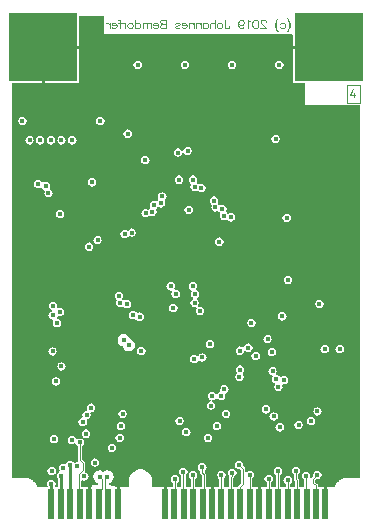
<source format=gbl>
G04*
G04 #@! TF.GenerationSoftware,Altium Limited,Altium Designer,19.0.15 (446)*
G04*
G04 Layer_Physical_Order=4*
G04 Layer_Color=16711680*
%FSLAX44Y44*%
%MOMM*%
G71*
G01*
G75*
%ADD11C,0.2500*%
%ADD58R,0.6000X2.5000*%
%ADD61C,0.1000*%
%ADD62C,0.1114*%
%ADD63C,0.1250*%
%ADD64R,5.8000X5.8000*%
%ADD65C,0.4500*%
G36*
X80265Y410980D02*
X240058D01*
X240730Y409989D01*
Y401270D01*
X271000D01*
Y398730D01*
X240730D01*
Y369730D01*
X251000D01*
Y351000D01*
X297451D01*
Y35549D01*
X286500D01*
X286438Y35536D01*
X286375Y35546D01*
X285591Y35507D01*
X285408Y35461D01*
X285219D01*
X283680Y35155D01*
X283449Y35059D01*
X283202Y35010D01*
X281753Y34410D01*
X281545Y34271D01*
X281313Y34175D01*
X280009Y33303D01*
X279831Y33126D01*
X279622Y32986D01*
X278514Y31878D01*
X278374Y31669D01*
X278197Y31491D01*
X277325Y30187D01*
X277229Y29955D01*
X277090Y29746D01*
X276490Y28298D01*
X276441Y28052D01*
X276345Y27820D01*
X276281Y27500D01*
X261805D01*
Y29000D01*
X261667Y29691D01*
X261276Y30276D01*
X259555Y31997D01*
Y33727D01*
X260489Y34562D01*
X261250Y34411D01*
X262623Y34684D01*
X263788Y35462D01*
X264566Y36627D01*
X264839Y38000D01*
X264566Y39373D01*
X263788Y40538D01*
X262623Y41316D01*
X261250Y41589D01*
X259877Y41316D01*
X258712Y40538D01*
X257934Y39373D01*
X257661Y38000D01*
X257833Y37135D01*
X256474Y35776D01*
X256161Y35308D01*
X255078Y35878D01*
X255351Y37252D01*
X255078Y38625D01*
X254300Y39790D01*
X253136Y40568D01*
X251762Y40841D01*
X250389Y40568D01*
X249224Y39790D01*
X248447Y38625D01*
X248173Y37252D01*
X248447Y35878D01*
X249224Y34714D01*
X249958Y34224D01*
Y27500D01*
X245805D01*
Y33250D01*
X245667Y33941D01*
X245276Y34526D01*
X244805Y34997D01*
Y38472D01*
X245538Y38962D01*
X246316Y40127D01*
X246589Y41500D01*
X246316Y42873D01*
X245538Y44038D01*
X244373Y44816D01*
X243000Y45089D01*
X241627Y44816D01*
X240462Y44038D01*
X239684Y42873D01*
X239411Y41500D01*
X239684Y40127D01*
X240462Y38962D01*
X241195Y38472D01*
Y34250D01*
X241333Y33559D01*
X241724Y32974D01*
X242195Y32503D01*
Y27500D01*
X237916D01*
Y30222D01*
X238649Y30712D01*
X239427Y31877D01*
X239700Y33250D01*
X239427Y34623D01*
X238649Y35788D01*
X237485Y36566D01*
X236111Y36839D01*
X234738Y36566D01*
X233573Y35788D01*
X232796Y34623D01*
X232522Y33250D01*
X232796Y31877D01*
X233573Y30712D01*
X234307Y30222D01*
Y27500D01*
X229805D01*
Y37972D01*
X230538Y38462D01*
X231316Y39627D01*
X231589Y41000D01*
X231316Y42373D01*
X230538Y43538D01*
X229373Y44316D01*
X228000Y44589D01*
X226627Y44316D01*
X225462Y43538D01*
X224684Y42373D01*
X224411Y41000D01*
X224684Y39627D01*
X225462Y38462D01*
X226195Y37972D01*
Y27500D01*
X221805D01*
Y31472D01*
X222538Y31962D01*
X223316Y33127D01*
X223589Y34500D01*
X223316Y35873D01*
X222538Y37038D01*
X221373Y37816D01*
X220000Y38089D01*
X218627Y37816D01*
X217462Y37038D01*
X216684Y35873D01*
X216411Y34500D01*
X216684Y33127D01*
X217462Y31962D01*
X218195Y31472D01*
Y27500D01*
X206105D01*
Y34922D01*
X206838Y35412D01*
X207616Y36576D01*
X207889Y37950D01*
X207616Y39323D01*
X206838Y40487D01*
X205674Y41265D01*
X204300Y41539D01*
X202927Y41265D01*
X201763Y40487D01*
X201325Y39832D01*
X200055Y40217D01*
Y43000D01*
X199917Y43691D01*
X199526Y44276D01*
X198417Y45385D01*
X198589Y46250D01*
X198316Y47623D01*
X197538Y48788D01*
X196373Y49566D01*
X195000Y49839D01*
X193627Y49566D01*
X192462Y48788D01*
X191684Y47623D01*
X191411Y46250D01*
X191684Y44877D01*
X192462Y43712D01*
X193627Y42934D01*
X195000Y42661D01*
X195375Y42736D01*
X196445Y41810D01*
Y30710D01*
X194744Y29008D01*
X194353Y28423D01*
X194215Y27732D01*
Y27500D01*
X189785D01*
Y34977D01*
X190526Y35719D01*
X190917Y36304D01*
X190992Y36681D01*
X191788Y37212D01*
X192566Y38377D01*
X192839Y39750D01*
X192566Y41123D01*
X191788Y42288D01*
X190623Y43066D01*
X189250Y43339D01*
X187877Y43066D01*
X186712Y42288D01*
X185934Y41123D01*
X185661Y39750D01*
X185934Y38377D01*
X186712Y37212D01*
X186313Y36415D01*
X186175Y35725D01*
Y27500D01*
X181805D01*
Y34722D01*
X182538Y35212D01*
X183316Y36377D01*
X183589Y37750D01*
X183316Y39123D01*
X182538Y40288D01*
X181373Y41066D01*
X180000Y41339D01*
X178627Y41066D01*
X177462Y40288D01*
X176684Y39123D01*
X176411Y37750D01*
X176684Y36377D01*
X177462Y35212D01*
X178195Y34722D01*
Y27500D01*
X166805D01*
Y38250D01*
X166667Y38941D01*
X166276Y39526D01*
X165739Y40063D01*
X165827Y41405D01*
X166288Y41712D01*
X167066Y42877D01*
X167339Y44250D01*
X167066Y45623D01*
X166288Y46788D01*
X165123Y47566D01*
X163750Y47839D01*
X162377Y47566D01*
X161212Y46788D01*
X160434Y45623D01*
X160161Y44250D01*
X160434Y42877D01*
X161212Y41712D01*
X161945Y41222D01*
Y39500D01*
X162083Y38809D01*
X162474Y38224D01*
X163195Y37503D01*
Y27500D01*
X157805D01*
Y29315D01*
X157785Y29416D01*
Y34459D01*
X158538Y34962D01*
X159316Y36127D01*
X159589Y37500D01*
X159316Y38873D01*
X158538Y40038D01*
X157373Y40816D01*
X156000Y41089D01*
X154627Y40816D01*
X153462Y40038D01*
X152684Y38873D01*
X152411Y37500D01*
X152684Y36127D01*
X153462Y34962D01*
X154175Y34486D01*
Y29335D01*
X154195Y29234D01*
Y27500D01*
X149562D01*
Y37474D01*
X150295Y37964D01*
X151073Y39128D01*
X151346Y40502D01*
X151073Y41875D01*
X150295Y43040D01*
X149131Y43818D01*
X147757Y44091D01*
X146384Y43818D01*
X145219Y43040D01*
X144441Y41875D01*
X144168Y40502D01*
X144441Y39128D01*
X145219Y37964D01*
X145953Y37474D01*
Y27500D01*
X142305D01*
Y30972D01*
X143038Y31462D01*
X143816Y32627D01*
X144089Y34000D01*
X143816Y35373D01*
X143038Y36538D01*
X141873Y37316D01*
X140500Y37589D01*
X139127Y37316D01*
X137962Y36538D01*
X137184Y35373D01*
X136911Y34000D01*
X137184Y32627D01*
X137962Y31462D01*
X138695Y30972D01*
Y27500D01*
X121549D01*
Y32500D01*
X121532Y32583D01*
X121543Y32667D01*
X121479Y33646D01*
X121414Y33888D01*
X121398Y34139D01*
X120891Y36030D01*
X120744Y36329D01*
X120636Y36645D01*
X119657Y38340D01*
X119438Y38591D01*
X119252Y38868D01*
X117868Y40252D01*
X117591Y40438D01*
X117340Y40658D01*
X115645Y41637D01*
X115329Y41744D01*
X115030Y41891D01*
X113139Y42398D01*
X112806Y42420D01*
X112479Y42485D01*
X110521D01*
X110194Y42420D01*
X109861Y42398D01*
X107970Y41891D01*
X107671Y41744D01*
X107355Y41636D01*
X105660Y40658D01*
X105409Y40438D01*
X105132Y40252D01*
X103748Y38868D01*
X103562Y38591D01*
X103343Y38340D01*
X102364Y36645D01*
X102256Y36329D01*
X102109Y36030D01*
X101602Y34139D01*
X101586Y33888D01*
X101521Y33646D01*
X101457Y32667D01*
X101468Y32583D01*
X101451Y32500D01*
Y27500D01*
X90000D01*
Y29000D01*
X84684D01*
Y31183D01*
X85302Y31306D01*
X87039Y32467D01*
X88199Y34203D01*
X88607Y36252D01*
X88199Y38300D01*
X87039Y40037D01*
X85302Y41197D01*
X83254Y41605D01*
X81206Y41197D01*
X80004Y40394D01*
X78802Y41197D01*
X76754Y41605D01*
X74705Y41197D01*
X72969Y40037D01*
X71808Y38300D01*
X71401Y36252D01*
X71808Y34203D01*
X72969Y32467D01*
X74705Y31306D01*
X75316Y31185D01*
Y29000D01*
X70000D01*
Y27500D01*
X60805D01*
Y32874D01*
X62075Y33553D01*
X62627Y33184D01*
X64000Y32911D01*
X65373Y33184D01*
X66538Y33962D01*
X67316Y35127D01*
X67589Y36500D01*
X67316Y37873D01*
X66538Y39038D01*
X65373Y39816D01*
X64724Y39945D01*
X64722Y39946D01*
X64167Y41309D01*
X64305Y42000D01*
Y48250D01*
X64167Y48941D01*
X63776Y49526D01*
X61805Y51498D01*
Y62222D01*
X62538Y62712D01*
X63316Y63877D01*
X63589Y65250D01*
X63316Y66623D01*
X62538Y67788D01*
X61373Y68566D01*
X60000Y68839D01*
X58627Y68566D01*
X57961Y68121D01*
X56617Y68559D01*
X56570Y68603D01*
X56566Y68623D01*
X55788Y69788D01*
X54623Y70566D01*
X53250Y70839D01*
X51877Y70566D01*
X50712Y69788D01*
X49934Y68623D01*
X49661Y67250D01*
X49934Y65877D01*
X50712Y64712D01*
X51877Y63934D01*
X53250Y63661D01*
X54623Y63934D01*
X55289Y64379D01*
X56633Y63941D01*
X56680Y63897D01*
X56684Y63877D01*
X57462Y62712D01*
X58195Y62222D01*
Y50750D01*
X58333Y50059D01*
X58519Y49781D01*
X58120Y48865D01*
X58090Y48814D01*
X57844Y48558D01*
X56627Y48316D01*
X56376Y48148D01*
X55375Y47653D01*
X54749Y48472D01*
X54538Y48788D01*
X53373Y49566D01*
X52000Y49839D01*
X50627Y49566D01*
X49462Y48788D01*
X48684Y47624D01*
X47835Y47272D01*
X47330Y47327D01*
X46002Y47591D01*
X44629Y47318D01*
X43464Y46540D01*
X42687Y45376D01*
X42413Y44002D01*
X42687Y42629D01*
X43133Y41961D01*
X42695Y40620D01*
X42651Y40571D01*
X42627Y40566D01*
X41462Y39788D01*
X40684Y38623D01*
X40411Y37250D01*
X40684Y35877D01*
X41431Y34760D01*
Y27500D01*
X39924D01*
X39245Y28770D01*
X39316Y28877D01*
X39589Y30250D01*
X39316Y31623D01*
X38538Y32788D01*
X37373Y33566D01*
X36000Y33839D01*
X34627Y33566D01*
X33462Y32788D01*
X32684Y31623D01*
X32411Y30250D01*
X32684Y28877D01*
X32756Y28770D01*
X32077Y27500D01*
X23719D01*
X23655Y27819D01*
X23559Y28052D01*
X23510Y28298D01*
X22910Y29746D01*
X22771Y29955D01*
X22675Y30187D01*
X21803Y31491D01*
X21626Y31669D01*
X21486Y31878D01*
X20378Y32986D01*
X20169Y33126D01*
X19991Y33303D01*
X18687Y34175D01*
X18455Y34271D01*
X18247Y34410D01*
X16798Y35010D01*
X16552Y35059D01*
X16320Y35155D01*
X14781Y35461D01*
X14592D01*
X14409Y35507D01*
X13625Y35546D01*
X13562Y35536D01*
X13500Y35549D01*
X2549D01*
Y369730D01*
X27730D01*
Y400000D01*
X29000D01*
Y401270D01*
X59270D01*
Y426451D01*
X80265D01*
Y410980D01*
D02*
G37*
G36*
X290235Y359469D02*
X291821D01*
Y361011D01*
X293094D01*
Y359469D01*
X294012D01*
Y358300D01*
X293094D01*
Y356663D01*
X291821D01*
Y358300D01*
X288988D01*
Y359530D01*
X291223Y364337D01*
X292487D01*
X290235Y359469D01*
D02*
G37*
%LPC*%
G36*
X229000Y388589D02*
X227627Y388316D01*
X226462Y387538D01*
X225684Y386373D01*
X225411Y385000D01*
X225684Y383627D01*
X226462Y382462D01*
X227627Y381684D01*
X229000Y381411D01*
X230373Y381684D01*
X231538Y382462D01*
X232316Y383627D01*
X232589Y385000D01*
X232316Y386373D01*
X231538Y387538D01*
X230373Y388316D01*
X229000Y388589D01*
D02*
G37*
G36*
X189000D02*
X187627Y388316D01*
X186462Y387538D01*
X185684Y386373D01*
X185411Y385000D01*
X185684Y383627D01*
X186462Y382462D01*
X187627Y381684D01*
X189000Y381411D01*
X190373Y381684D01*
X191538Y382462D01*
X192316Y383627D01*
X192589Y385000D01*
X192316Y386373D01*
X191538Y387538D01*
X190373Y388316D01*
X189000Y388589D01*
D02*
G37*
G36*
X149000D02*
X147627Y388316D01*
X146462Y387538D01*
X145684Y386373D01*
X145411Y385000D01*
X145684Y383627D01*
X146462Y382462D01*
X147627Y381684D01*
X149000Y381411D01*
X150373Y381684D01*
X151538Y382462D01*
X152316Y383627D01*
X152589Y385000D01*
X152316Y386373D01*
X151538Y387538D01*
X150373Y388316D01*
X149000Y388589D01*
D02*
G37*
G36*
X109000Y388589D02*
X107627Y388316D01*
X106462Y387538D01*
X105684Y386373D01*
X105411Y385000D01*
X105684Y383627D01*
X106462Y382462D01*
X107627Y381684D01*
X109000Y381411D01*
X110373Y381684D01*
X111538Y382462D01*
X112316Y383627D01*
X112589Y385000D01*
X112316Y386373D01*
X111538Y387538D01*
X110373Y388316D01*
X109000Y388589D01*
D02*
G37*
G36*
X59270Y398730D02*
X30270D01*
Y369730D01*
X59270D01*
Y398730D01*
D02*
G37*
G36*
X77500Y341089D02*
X76127Y340816D01*
X74962Y340038D01*
X74184Y338873D01*
X73911Y337500D01*
X74184Y336127D01*
X74962Y334962D01*
X76127Y334184D01*
X77500Y333911D01*
X78873Y334184D01*
X80038Y334962D01*
X80816Y336127D01*
X81089Y337500D01*
X80816Y338873D01*
X80038Y340038D01*
X78873Y340816D01*
X77500Y341089D01*
D02*
G37*
G36*
X11500D02*
X10127Y340816D01*
X8962Y340038D01*
X8184Y338873D01*
X7911Y337500D01*
X8184Y336127D01*
X8962Y334962D01*
X10127Y334184D01*
X11500Y333911D01*
X12873Y334184D01*
X14038Y334962D01*
X14816Y336127D01*
X15089Y337500D01*
X14816Y338873D01*
X14038Y340038D01*
X12873Y340816D01*
X11500Y341089D01*
D02*
G37*
G36*
X100572Y330339D02*
X99199Y330066D01*
X98034Y329288D01*
X97256Y328123D01*
X96983Y326750D01*
X97256Y325377D01*
X98034Y324212D01*
X99199Y323434D01*
X100572Y323161D01*
X101945Y323434D01*
X103110Y324212D01*
X103888Y325377D01*
X104161Y326750D01*
X103888Y328123D01*
X103110Y329288D01*
X101945Y330066D01*
X100572Y330339D01*
D02*
G37*
G36*
X225793Y325775D02*
X224419Y325502D01*
X223255Y324724D01*
X222477Y323560D01*
X222204Y322186D01*
X222477Y320813D01*
X223255Y319648D01*
X224419Y318871D01*
X225793Y318597D01*
X227166Y318871D01*
X228331Y319648D01*
X229109Y320813D01*
X229382Y322186D01*
X229109Y323560D01*
X228331Y324724D01*
X227166Y325502D01*
X225793Y325775D01*
D02*
G37*
G36*
X53750Y324589D02*
X52377Y324316D01*
X51212Y323538D01*
X50434Y322373D01*
X50161Y321000D01*
X50434Y319627D01*
X51212Y318462D01*
X52377Y317684D01*
X53750Y317411D01*
X55123Y317684D01*
X56288Y318462D01*
X57066Y319627D01*
X57339Y321000D01*
X57066Y322373D01*
X56288Y323538D01*
X55123Y324316D01*
X53750Y324589D01*
D02*
G37*
G36*
X44500D02*
X43127Y324316D01*
X41962Y323538D01*
X41184Y322373D01*
X40911Y321000D01*
X41184Y319627D01*
X41962Y318462D01*
X43127Y317684D01*
X44500Y317411D01*
X45873Y317684D01*
X47038Y318462D01*
X47816Y319627D01*
X48089Y321000D01*
X47816Y322373D01*
X47038Y323538D01*
X45873Y324316D01*
X44500Y324589D01*
D02*
G37*
G36*
X35500D02*
X34127Y324316D01*
X32962Y323538D01*
X32184Y322373D01*
X31911Y321000D01*
X32184Y319627D01*
X32962Y318462D01*
X34127Y317684D01*
X35500Y317411D01*
X36873Y317684D01*
X38038Y318462D01*
X38816Y319627D01*
X39089Y321000D01*
X38816Y322373D01*
X38038Y323538D01*
X36873Y324316D01*
X35500Y324589D01*
D02*
G37*
G36*
X26500D02*
X25127Y324316D01*
X23962Y323538D01*
X23184Y322373D01*
X22911Y321000D01*
X23184Y319627D01*
X23962Y318462D01*
X25127Y317684D01*
X26500Y317411D01*
X27873Y317684D01*
X29038Y318462D01*
X29816Y319627D01*
X30089Y321000D01*
X29816Y322373D01*
X29038Y323538D01*
X27873Y324316D01*
X26500Y324589D01*
D02*
G37*
G36*
X17500D02*
X16127Y324316D01*
X14962Y323538D01*
X14184Y322373D01*
X13911Y321000D01*
X14184Y319627D01*
X14962Y318462D01*
X16127Y317684D01*
X17500Y317411D01*
X18873Y317684D01*
X20038Y318462D01*
X20816Y319627D01*
X21089Y321000D01*
X20816Y322373D01*
X20038Y323538D01*
X18873Y324316D01*
X17500Y324589D01*
D02*
G37*
G36*
X151250Y315620D02*
X149877Y315347D01*
X148712Y314569D01*
X147934Y313405D01*
X147748Y312467D01*
X147283Y312332D01*
X146426Y312332D01*
X145788Y313288D01*
X144623Y314066D01*
X143250Y314339D01*
X141877Y314066D01*
X140712Y313288D01*
X139934Y312123D01*
X139661Y310750D01*
X139934Y309377D01*
X140712Y308212D01*
X141877Y307434D01*
X143250Y307161D01*
X144623Y307434D01*
X145788Y308212D01*
X146566Y309377D01*
X146752Y310315D01*
X147217Y310450D01*
X148074Y310449D01*
X148712Y309493D01*
X149877Y308715D01*
X151250Y308442D01*
X152623Y308715D01*
X153788Y309493D01*
X154566Y310658D01*
X154839Y312031D01*
X154566Y313405D01*
X153788Y314569D01*
X152623Y315347D01*
X151250Y315620D01*
D02*
G37*
G36*
X115571Y307796D02*
X114197Y307523D01*
X113033Y306744D01*
X112255Y305580D01*
X111982Y304207D01*
X112255Y302833D01*
X113033Y301669D01*
X114197Y300891D01*
X115571Y300618D01*
X116944Y300891D01*
X118109Y301669D01*
X118886Y302833D01*
X119160Y304207D01*
X118886Y305580D01*
X118109Y306744D01*
X116944Y307523D01*
X115571Y307796D01*
D02*
G37*
G36*
X144031Y291301D02*
X142658Y291028D01*
X141493Y290250D01*
X140715Y289085D01*
X140442Y287712D01*
X140715Y286339D01*
X141493Y285174D01*
X142658Y284396D01*
X144031Y284123D01*
X145405Y284396D01*
X146569Y285174D01*
X147347Y286339D01*
X147620Y287712D01*
X147347Y289085D01*
X146569Y290250D01*
X145405Y291028D01*
X144031Y291301D01*
D02*
G37*
G36*
X70500Y289089D02*
X69127Y288816D01*
X67962Y288038D01*
X67184Y286873D01*
X66911Y285500D01*
X67184Y284127D01*
X67962Y282962D01*
X69127Y282184D01*
X70500Y281911D01*
X71873Y282184D01*
X73038Y282962D01*
X73816Y284127D01*
X74089Y285500D01*
X73816Y286873D01*
X73038Y288038D01*
X71873Y288816D01*
X70500Y289089D01*
D02*
G37*
G36*
X155985Y291285D02*
X154612Y291011D01*
X153447Y290233D01*
X152669Y289069D01*
X152396Y287696D01*
X152669Y286322D01*
X153447Y285158D01*
X153593Y285061D01*
X153953Y283314D01*
X153919Y283264D01*
X153646Y281891D01*
X153919Y280517D01*
X154697Y279353D01*
X155862Y278575D01*
X157235Y278302D01*
X158609Y278575D01*
X158670Y278616D01*
X160409Y278251D01*
X160518Y278087D01*
X161683Y277309D01*
X163056Y277036D01*
X164430Y277309D01*
X165594Y278087D01*
X166372Y279251D01*
X166645Y280625D01*
X166372Y281998D01*
X165594Y283162D01*
X164430Y283940D01*
X163056Y284214D01*
X161683Y283940D01*
X161621Y283899D01*
X159882Y284265D01*
X159773Y284429D01*
X159628Y284526D01*
X159267Y286272D01*
X159301Y286322D01*
X159574Y287696D01*
X159301Y289069D01*
X158523Y290233D01*
X157359Y291011D01*
X155985Y291285D01*
D02*
G37*
G36*
X25000Y287660D02*
X23627Y287387D01*
X22462Y286609D01*
X21684Y285445D01*
X21411Y284071D01*
X21684Y282698D01*
X22462Y281533D01*
X23627Y280755D01*
X25000Y280482D01*
X26373Y280755D01*
X26633Y280929D01*
X27936Y280890D01*
X28714Y279726D01*
X29874Y278951D01*
X30327Y277837D01*
X30184Y277623D01*
X29911Y276250D01*
X30184Y274877D01*
X30962Y273712D01*
X32127Y272934D01*
X33500Y272661D01*
X34873Y272934D01*
X36038Y273712D01*
X36816Y274877D01*
X37089Y276250D01*
X36816Y277623D01*
X36038Y278788D01*
X34878Y279563D01*
X34425Y280677D01*
X34567Y280890D01*
X34841Y282264D01*
X34567Y283637D01*
X33789Y284802D01*
X32625Y285579D01*
X31251Y285853D01*
X29878Y285579D01*
X29618Y285406D01*
X28316Y285445D01*
X27538Y286609D01*
X26373Y287387D01*
X25000Y287660D01*
D02*
G37*
G36*
X129889Y277159D02*
X128516Y276886D01*
X127351Y276108D01*
X126573Y274943D01*
X126300Y273570D01*
X126573Y272196D01*
X126615Y272135D01*
X126264Y270406D01*
X126085Y270287D01*
X125307Y269122D01*
X125258Y269102D01*
X124191Y269814D01*
X122818Y270088D01*
X121445Y269814D01*
X120280Y269037D01*
X119502Y267872D01*
X119229Y266499D01*
X119502Y265125D01*
X119544Y265063D01*
X119178Y263325D01*
X119014Y263215D01*
X118236Y262051D01*
X118187Y262031D01*
X117120Y262743D01*
X115747Y263017D01*
X114373Y262743D01*
X113209Y261965D01*
X112431Y260801D01*
X112158Y259428D01*
X112431Y258054D01*
X113209Y256890D01*
X114373Y256112D01*
X115747Y255839D01*
X117120Y256112D01*
X118285Y256890D01*
X119063Y258054D01*
X119112Y258074D01*
X120178Y257362D01*
X121552Y257089D01*
X122925Y257362D01*
X124089Y258140D01*
X124867Y259304D01*
X125141Y260678D01*
X124867Y262051D01*
X124826Y262113D01*
X125192Y263852D01*
X125356Y263961D01*
X126134Y265125D01*
X126183Y265146D01*
X127249Y264433D01*
X128623Y264160D01*
X129996Y264433D01*
X131160Y265211D01*
X131938Y266375D01*
X132212Y267749D01*
X131938Y269122D01*
X131897Y269184D01*
X132247Y270912D01*
X132427Y271032D01*
X133205Y272196D01*
X133478Y273570D01*
X133205Y274943D01*
X132427Y276108D01*
X131262Y276886D01*
X129889Y277159D01*
D02*
G37*
G36*
X152250Y265839D02*
X150877Y265566D01*
X149712Y264788D01*
X148934Y263623D01*
X148661Y262250D01*
X148934Y260877D01*
X149712Y259712D01*
X150877Y258934D01*
X152250Y258661D01*
X153623Y258934D01*
X154788Y259712D01*
X155566Y260877D01*
X155839Y262250D01*
X155566Y263623D01*
X154788Y264788D01*
X153623Y265566D01*
X152250Y265839D01*
D02*
G37*
G36*
X43500Y262068D02*
X42127Y261795D01*
X40962Y261017D01*
X40184Y259853D01*
X39911Y258479D01*
X40184Y257106D01*
X40962Y255941D01*
X42127Y255163D01*
X43500Y254890D01*
X44873Y255163D01*
X46038Y255941D01*
X46816Y257106D01*
X47089Y258479D01*
X46816Y259853D01*
X46038Y261017D01*
X44873Y261795D01*
X43500Y262068D01*
D02*
G37*
G36*
X173663Y273607D02*
X172289Y273334D01*
X171125Y272556D01*
X170347Y271391D01*
X170074Y270018D01*
X170347Y268645D01*
X171125Y267480D01*
X171270Y267383D01*
X171631Y265637D01*
X171597Y265587D01*
X171324Y264213D01*
X171597Y262840D01*
X172375Y261675D01*
X173539Y260897D01*
X174913Y260624D01*
X176286Y260897D01*
X176348Y260939D01*
X178087Y260573D01*
X178196Y260409D01*
X178341Y260312D01*
X178702Y258566D01*
X178668Y258516D01*
X178395Y257142D01*
X178668Y255769D01*
X179446Y254604D01*
X180611Y253826D01*
X181984Y253553D01*
X183357Y253826D01*
X184415Y254533D01*
X184489Y254502D01*
X185267Y253338D01*
X186432Y252560D01*
X187805Y252287D01*
X189178Y252560D01*
X190343Y253338D01*
X191121Y254502D01*
X191394Y255876D01*
X191121Y257249D01*
X190343Y258414D01*
X189178Y259191D01*
X187805Y259465D01*
X186432Y259191D01*
X185374Y258485D01*
X185300Y258516D01*
X184522Y259680D01*
X184377Y259777D01*
X184016Y261523D01*
X184050Y261573D01*
X184323Y262947D01*
X184050Y264320D01*
X183272Y265485D01*
X182107Y266263D01*
X180734Y266536D01*
X179361Y266263D01*
X179299Y266221D01*
X177560Y266587D01*
X177451Y266751D01*
X177306Y266848D01*
X176945Y268594D01*
X176979Y268645D01*
X177252Y270018D01*
X176979Y271391D01*
X176201Y272556D01*
X175036Y273334D01*
X173663Y273607D01*
D02*
G37*
G36*
X235250Y259089D02*
X233877Y258816D01*
X232712Y258038D01*
X231934Y256873D01*
X231661Y255500D01*
X231934Y254127D01*
X232712Y252962D01*
X233877Y252184D01*
X235250Y251911D01*
X236623Y252184D01*
X237788Y252962D01*
X238566Y254127D01*
X238839Y255500D01*
X238566Y256873D01*
X237788Y258038D01*
X236623Y258816D01*
X235250Y259089D01*
D02*
G37*
G36*
X103874Y246589D02*
X102500Y246316D01*
X101336Y245538D01*
X100558Y244373D01*
X100509Y244353D01*
X99443Y245066D01*
X98069Y245339D01*
X96696Y245066D01*
X95531Y244288D01*
X94753Y243123D01*
X94480Y241750D01*
X94753Y240377D01*
X95531Y239212D01*
X96696Y238434D01*
X98069Y238161D01*
X99443Y238434D01*
X100607Y239212D01*
X101385Y240377D01*
X101434Y240397D01*
X102500Y239684D01*
X103874Y239411D01*
X105247Y239684D01*
X106412Y240462D01*
X107190Y241627D01*
X107463Y243000D01*
X107190Y244373D01*
X106412Y245538D01*
X105247Y246316D01*
X103874Y246589D01*
D02*
G37*
G36*
X75111Y240089D02*
X73738Y239816D01*
X72573Y239038D01*
X71796Y237873D01*
X71522Y236500D01*
X71796Y235127D01*
X72573Y233962D01*
X73738Y233184D01*
X75111Y232911D01*
X76485Y233184D01*
X77649Y233962D01*
X78427Y235127D01*
X78700Y236500D01*
X78427Y237873D01*
X77649Y239038D01*
X76485Y239816D01*
X75111Y240089D01*
D02*
G37*
G36*
X178250Y238839D02*
X176877Y238566D01*
X175712Y237788D01*
X174934Y236623D01*
X174661Y235250D01*
X174934Y233877D01*
X175712Y232712D01*
X176877Y231934D01*
X178250Y231661D01*
X179623Y231934D01*
X180788Y232712D01*
X181566Y233877D01*
X181839Y235250D01*
X181566Y236623D01*
X180788Y237788D01*
X179623Y238566D01*
X178250Y238839D01*
D02*
G37*
G36*
X68000Y234589D02*
X66627Y234316D01*
X65462Y233538D01*
X64684Y232373D01*
X64411Y231000D01*
X64684Y229627D01*
X65462Y228462D01*
X66627Y227684D01*
X68000Y227411D01*
X69373Y227684D01*
X70538Y228462D01*
X71316Y229627D01*
X71589Y231000D01*
X71316Y232373D01*
X70538Y233538D01*
X69373Y234316D01*
X68000Y234589D01*
D02*
G37*
G36*
X236250Y206589D02*
X234877Y206316D01*
X233712Y205538D01*
X232934Y204373D01*
X232661Y203000D01*
X232934Y201627D01*
X233712Y200462D01*
X234877Y199684D01*
X236250Y199411D01*
X237623Y199684D01*
X238788Y200462D01*
X239566Y201627D01*
X239839Y203000D01*
X239566Y204373D01*
X238788Y205538D01*
X237623Y206316D01*
X236250Y206589D01*
D02*
G37*
G36*
X137000Y201089D02*
X135627Y200816D01*
X134462Y200038D01*
X133684Y198873D01*
X133411Y197500D01*
X133684Y196127D01*
X134462Y194962D01*
X135627Y194184D01*
X137000Y193911D01*
X137501Y194011D01*
X138265Y192868D01*
X137934Y192373D01*
X137661Y191000D01*
X137934Y189627D01*
X138712Y188462D01*
X139877Y187684D01*
X141250Y187411D01*
X142623Y187684D01*
X143788Y188462D01*
X144566Y189627D01*
X144839Y191000D01*
X144566Y192373D01*
X143788Y193538D01*
X142623Y194316D01*
X141250Y194589D01*
X140749Y194489D01*
X139986Y195632D01*
X140316Y196127D01*
X140589Y197500D01*
X140316Y198873D01*
X139538Y200038D01*
X138373Y200816D01*
X137000Y201089D01*
D02*
G37*
G36*
X263000Y186089D02*
X261627Y185816D01*
X260462Y185038D01*
X259684Y183873D01*
X259411Y182500D01*
X259684Y181127D01*
X260462Y179962D01*
X261627Y179184D01*
X263000Y178911D01*
X264373Y179184D01*
X265538Y179962D01*
X266316Y181127D01*
X266589Y182500D01*
X266316Y183873D01*
X265538Y185038D01*
X264373Y185816D01*
X263000Y186089D01*
D02*
G37*
G36*
X93053Y192997D02*
X91679Y192724D01*
X90515Y191945D01*
X89737Y190781D01*
X89464Y189408D01*
X89737Y188034D01*
X90515Y186870D01*
X91679Y186092D01*
X91700Y186043D01*
X90987Y184976D01*
X90714Y183603D01*
X90987Y182230D01*
X91765Y181065D01*
X92929Y180287D01*
X94303Y180014D01*
X95676Y180287D01*
X95738Y180329D01*
X97466Y179978D01*
X97586Y179799D01*
X98750Y179021D01*
X100124Y178748D01*
X101497Y179021D01*
X102662Y179799D01*
X103440Y180963D01*
X103713Y182337D01*
X103440Y183710D01*
X102662Y184874D01*
X101497Y185652D01*
X100124Y185926D01*
X98750Y185652D01*
X98688Y185611D01*
X96950Y185977D01*
X96840Y186141D01*
X95676Y186919D01*
X95656Y186968D01*
X96368Y188034D01*
X96642Y189408D01*
X96368Y190781D01*
X95590Y191945D01*
X94426Y192724D01*
X93053Y192997D01*
D02*
G37*
G36*
X139229Y182621D02*
X137856Y182348D01*
X136692Y181570D01*
X135913Y180406D01*
X135640Y179032D01*
X135913Y177659D01*
X136692Y176494D01*
X137856Y175716D01*
X139229Y175443D01*
X140603Y175716D01*
X141767Y176494D01*
X142545Y177659D01*
X142818Y179032D01*
X142545Y180406D01*
X141767Y181570D01*
X140603Y182348D01*
X139229Y182621D01*
D02*
G37*
G36*
X155750Y201339D02*
X154377Y201066D01*
X153212Y200288D01*
X152434Y199123D01*
X152161Y197750D01*
X152434Y196377D01*
X153212Y195212D01*
X154220Y194539D01*
X154408Y194286D01*
X154658Y193083D01*
X154184Y192373D01*
X153911Y191000D01*
X154184Y189627D01*
X154962Y188462D01*
X155588Y188044D01*
X155661Y187718D01*
X155544Y186604D01*
X154697Y186038D01*
X153919Y184873D01*
X153646Y183500D01*
X153919Y182127D01*
X154697Y180962D01*
X155862Y180184D01*
X157235Y179911D01*
X158368Y180136D01*
X158379Y180125D01*
X159060Y179114D01*
X159074Y179080D01*
X158434Y178123D01*
X158161Y176750D01*
X158434Y175377D01*
X159212Y174212D01*
X160377Y173434D01*
X161750Y173161D01*
X163123Y173434D01*
X164288Y174212D01*
X165066Y175377D01*
X165339Y176750D01*
X165066Y178123D01*
X164288Y179288D01*
X163123Y180066D01*
X161750Y180339D01*
X160617Y180114D01*
X160606Y180125D01*
X159925Y181136D01*
X159911Y181169D01*
X160551Y182127D01*
X160824Y183500D01*
X160551Y184873D01*
X159773Y186038D01*
X159147Y186456D01*
X159074Y186782D01*
X159191Y187896D01*
X160038Y188462D01*
X160816Y189627D01*
X161089Y191000D01*
X160816Y192373D01*
X160038Y193538D01*
X159030Y194211D01*
X158842Y194464D01*
X158591Y195667D01*
X159066Y196377D01*
X159339Y197750D01*
X159066Y199123D01*
X158288Y200288D01*
X157123Y201066D01*
X155750Y201339D01*
D02*
G37*
G36*
X37250Y184589D02*
X35877Y184316D01*
X34712Y183538D01*
X33934Y182373D01*
X33661Y181000D01*
X33934Y179627D01*
X34712Y178462D01*
X35415Y177993D01*
X35877Y177684D01*
X36494Y177532D01*
Y176266D01*
X35627Y176094D01*
X34462Y175316D01*
X33684Y174152D01*
X33411Y172778D01*
X33684Y171405D01*
X34462Y170240D01*
X35627Y169462D01*
X37000Y169189D01*
X37710Y168036D01*
X37434Y167623D01*
X37161Y166250D01*
X37434Y164877D01*
X38212Y163712D01*
X39377Y162934D01*
X40750Y162661D01*
X42123Y162934D01*
X43288Y163712D01*
X44066Y164877D01*
X44339Y166250D01*
X44066Y167623D01*
X43288Y168788D01*
X42123Y169566D01*
X41429Y169704D01*
X40652Y171016D01*
X40908Y171813D01*
X41627Y172184D01*
X43000Y171911D01*
X44373Y172184D01*
X45538Y172962D01*
X46316Y174127D01*
X46589Y175500D01*
X46316Y176873D01*
X45538Y178038D01*
X44373Y178816D01*
X43000Y179089D01*
X41627Y178816D01*
X41491Y178725D01*
X40589Y179604D01*
X40567Y179636D01*
X40839Y181000D01*
X40566Y182373D01*
X39788Y183538D01*
X38623Y184316D01*
X37250Y184589D01*
D02*
G37*
G36*
X231600Y175589D02*
X230227Y175316D01*
X229062Y174538D01*
X228284Y173373D01*
X228011Y172000D01*
X228284Y170627D01*
X229062Y169462D01*
X230227Y168684D01*
X231600Y168411D01*
X232973Y168684D01*
X234138Y169462D01*
X234916Y170627D01*
X235189Y172000D01*
X234916Y173373D01*
X234138Y174538D01*
X232973Y175316D01*
X231600Y175589D01*
D02*
G37*
G36*
X104909Y176585D02*
X103536Y176312D01*
X102372Y175534D01*
X101594Y174370D01*
X101320Y172996D01*
X101594Y171623D01*
X102372Y170459D01*
X103536Y169681D01*
X104909Y169408D01*
X106283Y169681D01*
X106344Y169722D01*
X108083Y169356D01*
X108193Y169192D01*
X109357Y168414D01*
X110730Y168141D01*
X112104Y168414D01*
X113268Y169192D01*
X114046Y170357D01*
X114319Y171730D01*
X114046Y173104D01*
X113268Y174268D01*
X112104Y175046D01*
X110730Y175319D01*
X109357Y175046D01*
X109295Y175005D01*
X107556Y175370D01*
X107447Y175534D01*
X106283Y176312D01*
X104909Y176585D01*
D02*
G37*
G36*
X205375Y169964D02*
X204002Y169691D01*
X202837Y168913D01*
X202059Y167748D01*
X201786Y166375D01*
X202059Y165002D01*
X202837Y163837D01*
X204002Y163059D01*
X205375Y162786D01*
X206748Y163059D01*
X207913Y163837D01*
X208691Y165002D01*
X208964Y166375D01*
X208691Y167748D01*
X207913Y168913D01*
X206748Y169691D01*
X205375Y169964D01*
D02*
G37*
G36*
X219000Y156339D02*
X217627Y156066D01*
X216462Y155288D01*
X215684Y154123D01*
X215411Y152750D01*
X215684Y151377D01*
X216462Y150212D01*
X217627Y149434D01*
X219000Y149161D01*
X220373Y149434D01*
X221538Y150212D01*
X222316Y151377D01*
X222589Y152750D01*
X222316Y154123D01*
X221538Y155288D01*
X220373Y156066D01*
X219000Y156339D01*
D02*
G37*
G36*
X202750Y149089D02*
X201377Y148816D01*
X200212Y148038D01*
X199434Y146873D01*
X199259Y145995D01*
X198509Y145714D01*
X197945Y145600D01*
X196873Y146316D01*
X195500Y146589D01*
X194127Y146316D01*
X192962Y145538D01*
X192184Y144373D01*
X191911Y143000D01*
X192184Y141627D01*
X192962Y140462D01*
X194127Y139684D01*
X195500Y139411D01*
X196873Y139684D01*
X198038Y140462D01*
X198816Y141627D01*
X198990Y142505D01*
X199741Y142786D01*
X200305Y142900D01*
X201377Y142184D01*
X202750Y141911D01*
X204123Y142184D01*
X205288Y142962D01*
X206066Y144127D01*
X206339Y145500D01*
X206066Y146873D01*
X205288Y148038D01*
X204123Y148816D01*
X202750Y149089D01*
D02*
G37*
G36*
X170250Y152089D02*
X168877Y151816D01*
X167712Y151038D01*
X166934Y149873D01*
X166661Y148500D01*
X166934Y147127D01*
X167712Y145962D01*
X168877Y145184D01*
X170250Y144911D01*
X171623Y145184D01*
X172788Y145962D01*
X173566Y147127D01*
X173839Y148500D01*
X173566Y149873D01*
X172788Y151038D01*
X171623Y151816D01*
X170250Y152089D01*
D02*
G37*
G36*
X97421Y157182D02*
X95373Y156774D01*
X93636Y155614D01*
X92476Y153877D01*
X92069Y151829D01*
X92476Y149780D01*
X93636Y148044D01*
X95373Y146883D01*
X96360Y146687D01*
X96556Y145700D01*
X97716Y143964D01*
X99453Y142803D01*
X101501Y142396D01*
X103550Y142803D01*
X105286Y143964D01*
X106447Y145700D01*
X106854Y147749D01*
X106447Y149797D01*
X105286Y151534D01*
X103550Y152694D01*
X102563Y152890D01*
X102367Y153877D01*
X101206Y155614D01*
X99470Y156774D01*
X97421Y157182D01*
D02*
G37*
G36*
X280050Y147839D02*
X278677Y147566D01*
X277512Y146788D01*
X276734Y145623D01*
X276461Y144250D01*
X276734Y142877D01*
X277512Y141712D01*
X278677Y140934D01*
X280050Y140661D01*
X281423Y140934D01*
X282588Y141712D01*
X283366Y142877D01*
X283639Y144250D01*
X283366Y145623D01*
X282588Y146788D01*
X281423Y147566D01*
X280050Y147839D01*
D02*
G37*
G36*
X267350D02*
X265977Y147566D01*
X264812Y146788D01*
X264034Y145623D01*
X263761Y144250D01*
X264034Y142877D01*
X264812Y141712D01*
X265977Y140934D01*
X267350Y140661D01*
X268723Y140934D01*
X269888Y141712D01*
X270666Y142877D01*
X270939Y144250D01*
X270666Y145623D01*
X269888Y146788D01*
X268723Y147566D01*
X267350Y147839D01*
D02*
G37*
G36*
X112114Y146339D02*
X110740Y146066D01*
X109576Y145288D01*
X108798Y144123D01*
X108525Y142750D01*
X108798Y141377D01*
X109576Y140212D01*
X110740Y139434D01*
X112114Y139161D01*
X113487Y139434D01*
X114652Y140212D01*
X115430Y141377D01*
X115703Y142750D01*
X115430Y144123D01*
X114652Y145288D01*
X113487Y146066D01*
X112114Y146339D01*
D02*
G37*
G36*
X37000Y145889D02*
X35627Y145616D01*
X34462Y144838D01*
X33684Y143673D01*
X33411Y142300D01*
X33684Y140927D01*
X34462Y139762D01*
X35627Y138984D01*
X37000Y138711D01*
X38373Y138984D01*
X39538Y139762D01*
X40316Y140927D01*
X40589Y142300D01*
X40316Y143673D01*
X39538Y144838D01*
X38373Y145616D01*
X37000Y145889D01*
D02*
G37*
G36*
X163750Y140839D02*
X162377Y140566D01*
X161212Y139788D01*
X160638Y138928D01*
X160087Y138607D01*
X159127Y138562D01*
X158373Y139066D01*
X157000Y139339D01*
X155627Y139066D01*
X154462Y138288D01*
X153684Y137123D01*
X153411Y135750D01*
X153684Y134377D01*
X154462Y133212D01*
X155627Y132434D01*
X157000Y132161D01*
X158373Y132434D01*
X159538Y133212D01*
X160112Y134072D01*
X160663Y134393D01*
X161623Y134438D01*
X162377Y133934D01*
X163750Y133661D01*
X165123Y133934D01*
X166288Y134712D01*
X167066Y135877D01*
X167339Y137250D01*
X167066Y138623D01*
X166288Y139788D01*
X165123Y140566D01*
X163750Y140839D01*
D02*
G37*
G36*
X222655Y145434D02*
X221282Y145161D01*
X220117Y144383D01*
X219339Y143218D01*
X219066Y141845D01*
X219339Y140472D01*
X220117Y139307D01*
X221282Y138529D01*
X222655Y138256D01*
X224028Y138529D01*
X225193Y139307D01*
X225971Y140472D01*
X226244Y141845D01*
X225971Y143218D01*
X225193Y144383D01*
X224028Y145161D01*
X222655Y145434D01*
D02*
G37*
G36*
X209000Y142089D02*
X207627Y141816D01*
X206462Y141038D01*
X205684Y139873D01*
X205411Y138500D01*
X205684Y137127D01*
X206462Y135962D01*
X207627Y135184D01*
X209000Y134911D01*
X210373Y135184D01*
X211538Y135962D01*
X212316Y137127D01*
X212589Y138500D01*
X212316Y139873D01*
X211538Y141038D01*
X210373Y141816D01*
X209000Y142089D01*
D02*
G37*
G36*
X44500Y133189D02*
X43127Y132916D01*
X41962Y132138D01*
X41184Y130973D01*
X40911Y129600D01*
X41184Y128227D01*
X41962Y127062D01*
X43127Y126284D01*
X44500Y126011D01*
X45873Y126284D01*
X47038Y127062D01*
X47816Y128227D01*
X48089Y129600D01*
X47816Y130973D01*
X47038Y132138D01*
X45873Y132916D01*
X44500Y133189D01*
D02*
G37*
G36*
X195750Y130589D02*
X194377Y130316D01*
X193212Y129538D01*
X192434Y128373D01*
X192161Y127000D01*
X192434Y125627D01*
X193002Y124776D01*
X192785Y123336D01*
X192712Y123288D01*
X191934Y122123D01*
X191661Y120750D01*
X191934Y119377D01*
X192712Y118212D01*
X193877Y117434D01*
X195250Y117161D01*
X196623Y117434D01*
X197788Y118212D01*
X198566Y119377D01*
X198839Y120750D01*
X198566Y122123D01*
X197998Y122974D01*
X198215Y124413D01*
X198288Y124462D01*
X199066Y125627D01*
X199339Y127000D01*
X199066Y128373D01*
X198288Y129538D01*
X197123Y130316D01*
X195750Y130589D01*
D02*
G37*
G36*
X223250Y129089D02*
X221877Y128816D01*
X220712Y128038D01*
X219934Y126873D01*
X219661Y125500D01*
X219934Y124127D01*
X220712Y122962D01*
X221877Y122184D01*
X222751Y122010D01*
X223372Y120872D01*
X223393Y120686D01*
X223184Y120373D01*
X222911Y119000D01*
X223184Y117627D01*
X223962Y116462D01*
X224855Y115866D01*
X225136Y115595D01*
X225261Y114363D01*
X224934Y113873D01*
X224661Y112500D01*
X224934Y111127D01*
X225712Y109962D01*
X226877Y109184D01*
X228250Y108911D01*
X229623Y109184D01*
X230788Y109962D01*
X231566Y111127D01*
X231839Y112500D01*
X231663Y113382D01*
X232467Y114384D01*
X232641Y114482D01*
X233000Y114411D01*
X234373Y114684D01*
X235538Y115462D01*
X236316Y116627D01*
X236589Y118000D01*
X236316Y119373D01*
X235538Y120538D01*
X234373Y121316D01*
X233000Y121589D01*
X231627Y121316D01*
X230915Y120840D01*
X230344Y120598D01*
X229320Y121115D01*
X229038Y121538D01*
X227873Y122316D01*
X226999Y122490D01*
X226378Y123628D01*
X226357Y123814D01*
X226566Y124127D01*
X226839Y125500D01*
X226566Y126873D01*
X225788Y128038D01*
X224623Y128816D01*
X223250Y129089D01*
D02*
G37*
G36*
X40000Y120489D02*
X38627Y120216D01*
X37462Y119438D01*
X36684Y118273D01*
X36411Y116900D01*
X36684Y115527D01*
X37462Y114362D01*
X38627Y113584D01*
X40000Y113311D01*
X41373Y113584D01*
X42538Y114362D01*
X43316Y115527D01*
X43589Y116900D01*
X43316Y118273D01*
X42538Y119438D01*
X41373Y120216D01*
X40000Y120489D01*
D02*
G37*
G36*
X182500Y113839D02*
X181127Y113566D01*
X179962Y112788D01*
X179184Y111623D01*
X178911Y110250D01*
X179109Y109256D01*
X178470Y107834D01*
X178377Y107816D01*
X177212Y107038D01*
X176609Y106134D01*
X175571Y106126D01*
X175567Y106126D01*
X175253Y106217D01*
X174538Y107288D01*
X173373Y108066D01*
X172000Y108339D01*
X170627Y108066D01*
X169462Y107288D01*
X168684Y106123D01*
X168411Y104750D01*
X168684Y103377D01*
X169462Y102212D01*
X170627Y101434D01*
X171188Y101323D01*
X171000Y100089D01*
X170584Y100006D01*
X169627Y99816D01*
X168462Y99038D01*
X167684Y97873D01*
X167411Y96500D01*
X167684Y95127D01*
X168462Y93962D01*
X169627Y93184D01*
X171000Y92911D01*
X172373Y93184D01*
X173538Y93962D01*
X174316Y95127D01*
X174589Y96500D01*
X174316Y97873D01*
X173538Y99038D01*
X172373Y99816D01*
X171812Y99927D01*
X172000Y101161D01*
X172416Y101244D01*
X173373Y101434D01*
X174538Y102212D01*
X175142Y103116D01*
X176179Y103124D01*
X176183Y103124D01*
X176497Y103033D01*
X177212Y101962D01*
X178377Y101184D01*
X179750Y100911D01*
X181123Y101184D01*
X182288Y101962D01*
X183066Y103127D01*
X183339Y104500D01*
X183141Y105494D01*
X183780Y106916D01*
X183873Y106934D01*
X185038Y107712D01*
X185816Y108877D01*
X186089Y110250D01*
X185816Y111623D01*
X185038Y112788D01*
X183873Y113566D01*
X182500Y113839D01*
D02*
G37*
G36*
X217750Y96839D02*
X216377Y96566D01*
X215212Y95788D01*
X214434Y94623D01*
X214161Y93250D01*
X214434Y91877D01*
X215212Y90712D01*
X216377Y89934D01*
X217750Y89661D01*
X219123Y89934D01*
X220288Y90712D01*
X221066Y91877D01*
X221339Y93250D01*
X221066Y94623D01*
X220288Y95788D01*
X219123Y96566D01*
X217750Y96839D01*
D02*
G37*
G36*
X261250Y95089D02*
X259877Y94816D01*
X258712Y94038D01*
X257934Y92873D01*
X257661Y91500D01*
X257934Y90127D01*
X258712Y88962D01*
X259877Y88184D01*
X261250Y87911D01*
X262623Y88184D01*
X263788Y88962D01*
X264566Y90127D01*
X264839Y91500D01*
X264566Y92873D01*
X263788Y94038D01*
X262623Y94816D01*
X261250Y95089D01*
D02*
G37*
G36*
X184000Y93089D02*
X182627Y92816D01*
X181462Y92038D01*
X180684Y90873D01*
X180411Y89500D01*
X180684Y88127D01*
X181462Y86962D01*
X182627Y86184D01*
X184000Y85911D01*
X185373Y86184D01*
X186538Y86962D01*
X187316Y88127D01*
X187589Y89500D01*
X187316Y90873D01*
X186538Y92038D01*
X185373Y92816D01*
X184000Y93089D01*
D02*
G37*
G36*
X96250D02*
X94877Y92816D01*
X93712Y92038D01*
X92934Y90873D01*
X92661Y89500D01*
X92934Y88127D01*
X93712Y86962D01*
X94877Y86184D01*
X96250Y85911D01*
X97623Y86184D01*
X98788Y86962D01*
X99566Y88127D01*
X99839Y89500D01*
X99566Y90873D01*
X98788Y92038D01*
X97623Y92816D01*
X96250Y93089D01*
D02*
G37*
G36*
X224250Y90839D02*
X222877Y90566D01*
X221712Y89788D01*
X220934Y88623D01*
X220661Y87250D01*
X220934Y85877D01*
X221712Y84712D01*
X222877Y83934D01*
X224250Y83661D01*
X225623Y83934D01*
X226788Y84712D01*
X227566Y85877D01*
X227839Y87250D01*
X227566Y88623D01*
X226788Y89788D01*
X225623Y90566D01*
X224250Y90839D01*
D02*
G37*
G36*
X144500Y87089D02*
X143127Y86816D01*
X141962Y86038D01*
X141184Y84873D01*
X140911Y83500D01*
X141184Y82127D01*
X141962Y80962D01*
X143127Y80184D01*
X144500Y79911D01*
X145873Y80184D01*
X147038Y80962D01*
X147816Y82127D01*
X148089Y83500D01*
X147816Y84873D01*
X147038Y86038D01*
X145873Y86816D01*
X144500Y87089D01*
D02*
G37*
G36*
X256012Y86843D02*
X254639Y86570D01*
X253475Y85792D01*
X252697Y84628D01*
X252423Y83254D01*
X252697Y81881D01*
X253475Y80716D01*
X254639Y79938D01*
X256012Y79665D01*
X257386Y79938D01*
X258550Y80716D01*
X259328Y81881D01*
X259601Y83254D01*
X259328Y84628D01*
X258550Y85792D01*
X257386Y86570D01*
X256012Y86843D01*
D02*
G37*
G36*
X69750Y98339D02*
X68377Y98066D01*
X67212Y97288D01*
X66434Y96123D01*
X66161Y94750D01*
X66409Y93503D01*
X66066Y92896D01*
X65618Y92313D01*
X64377Y92066D01*
X63212Y91288D01*
X62434Y90123D01*
X62161Y88750D01*
X62434Y87377D01*
X62495Y87286D01*
X61853Y85960D01*
X61127Y85816D01*
X59962Y85038D01*
X59184Y83873D01*
X58911Y82500D01*
X59184Y81127D01*
X59962Y79962D01*
X61127Y79184D01*
X62500Y78911D01*
X63873Y79184D01*
X65038Y79962D01*
X65816Y81127D01*
X66089Y82500D01*
X65816Y83873D01*
X65756Y83964D01*
X66397Y85290D01*
X67123Y85434D01*
X68288Y86212D01*
X69066Y87377D01*
X69339Y88750D01*
X69091Y89997D01*
X69434Y90604D01*
X69882Y91187D01*
X71123Y91434D01*
X72288Y92212D01*
X73066Y93377D01*
X73339Y94750D01*
X73066Y96123D01*
X72288Y97288D01*
X71123Y98066D01*
X69750Y98339D01*
D02*
G37*
G36*
X245250Y83589D02*
X243877Y83316D01*
X242712Y82538D01*
X241934Y81373D01*
X241661Y80000D01*
X241934Y78627D01*
X242712Y77462D01*
X243877Y76684D01*
X245250Y76411D01*
X246623Y76684D01*
X247788Y77462D01*
X248566Y78627D01*
X248839Y80000D01*
X248566Y81373D01*
X247788Y82538D01*
X246623Y83316D01*
X245250Y83589D01*
D02*
G37*
G36*
X176000Y82589D02*
X174627Y82316D01*
X173462Y81538D01*
X172684Y80373D01*
X172411Y79000D01*
X172684Y77627D01*
X173462Y76462D01*
X174627Y75684D01*
X176000Y75411D01*
X177373Y75684D01*
X178538Y76462D01*
X179316Y77627D01*
X179589Y79000D01*
X179316Y80373D01*
X178538Y81538D01*
X177373Y82316D01*
X176000Y82589D01*
D02*
G37*
G36*
X94750D02*
X93377Y82316D01*
X92212Y81538D01*
X91434Y80373D01*
X91161Y79000D01*
X91434Y77627D01*
X92212Y76462D01*
X93377Y75684D01*
X94750Y75411D01*
X96123Y75684D01*
X97288Y76462D01*
X98066Y77627D01*
X98339Y79000D01*
X98066Y80373D01*
X97288Y81538D01*
X96123Y82316D01*
X94750Y82589D01*
D02*
G37*
G36*
X229250Y81589D02*
X227877Y81316D01*
X226712Y80538D01*
X225934Y79373D01*
X225661Y78000D01*
X225934Y76627D01*
X226712Y75462D01*
X227877Y74684D01*
X229250Y74411D01*
X230623Y74684D01*
X231788Y75462D01*
X232566Y76627D01*
X232839Y78000D01*
X232566Y79373D01*
X231788Y80538D01*
X230623Y81316D01*
X229250Y81589D01*
D02*
G37*
G36*
X150250Y77589D02*
X148877Y77316D01*
X147712Y76538D01*
X146934Y75373D01*
X146661Y74000D01*
X146934Y72627D01*
X147712Y71462D01*
X148877Y70684D01*
X150250Y70411D01*
X151623Y70684D01*
X152788Y71462D01*
X153566Y72627D01*
X153839Y74000D01*
X153566Y75373D01*
X152788Y76538D01*
X151623Y77316D01*
X150250Y77589D01*
D02*
G37*
G36*
X65250Y76339D02*
X63877Y76066D01*
X62712Y75288D01*
X61934Y74123D01*
X61661Y72750D01*
X61934Y71377D01*
X62712Y70212D01*
X63877Y69434D01*
X65250Y69161D01*
X66623Y69434D01*
X67788Y70212D01*
X68566Y71377D01*
X68839Y72750D01*
X68566Y74123D01*
X67788Y75288D01*
X66623Y76066D01*
X65250Y76339D01*
D02*
G37*
G36*
X93750Y72839D02*
X92377Y72566D01*
X91212Y71788D01*
X90434Y70623D01*
X90161Y69250D01*
X90434Y67877D01*
X91212Y66712D01*
X92377Y65934D01*
X93750Y65661D01*
X95123Y65934D01*
X96288Y66712D01*
X97066Y67877D01*
X97339Y69250D01*
X97066Y70623D01*
X96288Y71788D01*
X95123Y72566D01*
X93750Y72839D01*
D02*
G37*
G36*
X168587Y72752D02*
X167213Y72479D01*
X166049Y71701D01*
X165271Y70537D01*
X164998Y69163D01*
X165271Y67790D01*
X166049Y66626D01*
X167213Y65848D01*
X168587Y65574D01*
X169960Y65848D01*
X171124Y66626D01*
X171902Y67790D01*
X172176Y69163D01*
X171902Y70537D01*
X171124Y71701D01*
X169960Y72479D01*
X168587Y72752D01*
D02*
G37*
G36*
X38250Y71589D02*
X36877Y71316D01*
X35712Y70538D01*
X34934Y69373D01*
X34661Y68000D01*
X34934Y66627D01*
X35712Y65462D01*
X36877Y64684D01*
X38250Y64411D01*
X39623Y64684D01*
X40788Y65462D01*
X41566Y66627D01*
X41839Y68000D01*
X41566Y69373D01*
X40788Y70538D01*
X39623Y71316D01*
X38250Y71589D01*
D02*
G37*
G36*
X87182Y64339D02*
X85808Y64066D01*
X84644Y63288D01*
X83866Y62123D01*
X83593Y60750D01*
X83866Y59377D01*
X84644Y58212D01*
X85808Y57434D01*
X87182Y57161D01*
X88555Y57434D01*
X89720Y58212D01*
X90498Y59377D01*
X90771Y60750D01*
X90498Y62123D01*
X89720Y63288D01*
X88555Y64066D01*
X87182Y64339D01*
D02*
G37*
G36*
X72750Y51839D02*
X71377Y51566D01*
X70212Y50788D01*
X69434Y49623D01*
X69161Y48250D01*
X69434Y46877D01*
X70212Y45712D01*
X71377Y44934D01*
X72750Y44661D01*
X74123Y44934D01*
X75288Y45712D01*
X76066Y46877D01*
X76339Y48250D01*
X76066Y49623D01*
X75288Y50788D01*
X74123Y51566D01*
X72750Y51839D01*
D02*
G37*
G36*
X36250Y44589D02*
X34877Y44316D01*
X33712Y43538D01*
X32934Y42373D01*
X32661Y41000D01*
X32934Y39627D01*
X33712Y38462D01*
X34877Y37684D01*
X36250Y37411D01*
X37623Y37684D01*
X38788Y38462D01*
X39566Y39627D01*
X39839Y41000D01*
X39566Y42373D01*
X38788Y43538D01*
X37623Y44316D01*
X36250Y44589D01*
D02*
G37*
%LPD*%
D11*
X44000Y13500D02*
Y37250D01*
Y13500D02*
X44000Y13500D01*
X36000D02*
Y30250D01*
X68000Y13500D02*
Y30250D01*
X52000Y46250D02*
X52000Y46250D01*
Y13500D02*
Y46250D01*
X268000Y13500D02*
Y30250D01*
X212000Y13500D02*
Y30250D01*
X132000Y13500D02*
Y30250D01*
X172000Y13500D02*
Y30250D01*
X92000Y13500D02*
Y30250D01*
D58*
X148000Y13500D02*
D03*
X140000D02*
D03*
X164000D02*
D03*
X172000D02*
D03*
X188000D02*
D03*
X212000D02*
D03*
X204000D02*
D03*
X228000D02*
D03*
X244000D02*
D03*
X252000D02*
D03*
X268000D02*
D03*
X180000D02*
D03*
X156000D02*
D03*
X132000D02*
D03*
X236000D02*
D03*
X220000D02*
D03*
X196000D02*
D03*
X260000D02*
D03*
X36000D02*
D03*
X44000D02*
D03*
X52000D02*
D03*
X60000D02*
D03*
X68000D02*
D03*
X76000D02*
D03*
X84000D02*
D03*
X92000D02*
D03*
D61*
X220000Y14673D02*
X220587Y14087D01*
X236111Y14562D02*
X236586Y14087D01*
X189250Y36995D02*
Y39750D01*
X198250Y29962D02*
Y43000D01*
X196020Y27732D02*
X198250Y29962D01*
X196020Y13520D02*
Y27732D01*
X195000Y46250D02*
X198250Y43000D01*
X60000Y65250D02*
X60000Y65250D01*
Y50750D02*
Y65250D01*
X59000Y38500D02*
X62500Y42000D01*
X59000Y14500D02*
Y38500D01*
Y14500D02*
X60000Y13500D01*
Y50750D02*
X62500Y48250D01*
Y42000D02*
Y48250D01*
X140500Y14174D02*
X140587Y14087D01*
X163750Y39500D02*
X165000Y38250D01*
Y18750D02*
Y38250D01*
X164587Y18337D02*
X165000Y18750D01*
X244000Y14673D02*
X244587Y14087D01*
X243000Y34250D02*
X244000Y33250D01*
Y14673D02*
Y33250D01*
X260000Y14673D02*
X260586Y14087D01*
X257750Y31250D02*
X260000Y29000D01*
Y14673D02*
Y29000D01*
X257750Y31250D02*
Y34500D01*
X261250Y38000D01*
X251762Y13737D02*
Y37252D01*
Y13737D02*
X252000Y13500D01*
X243000Y34250D02*
Y41500D01*
X236111Y14562D02*
Y33250D01*
X228000Y13500D02*
X228000Y13500D01*
Y41000D01*
X220000Y14673D02*
Y34500D01*
X204300Y13800D02*
Y37950D01*
X204000Y13500D02*
X204300Y13800D01*
X196000Y13500D02*
X196020Y13520D01*
X187980Y35725D02*
X189250Y36995D01*
X187980Y13520D02*
Y35725D01*
Y13520D02*
X188000Y13500D01*
X180000D02*
X180000Y13500D01*
Y37750D01*
X147757Y13743D02*
Y40502D01*
Y13743D02*
X148000Y13500D01*
X155980Y37480D02*
X156000Y37500D01*
X155980Y29335D02*
Y37480D01*
X140500Y14174D02*
Y34000D01*
X164587Y14087D02*
Y18337D01*
X163750Y39500D02*
Y44250D01*
X155980Y29335D02*
X156000Y29315D01*
Y13500D02*
Y29315D01*
X235288Y424677D02*
X236002Y423963D01*
X236717Y422891D01*
X237431Y421463D01*
X237788Y419678D01*
Y418250D01*
X237431Y416464D01*
X236717Y415036D01*
X236002Y413965D01*
X235288Y413251D01*
X236002Y423963D02*
X236717Y422534D01*
X237074Y421463D01*
X237431Y419678D01*
Y418250D01*
X237074Y416464D01*
X236717Y415393D01*
X236002Y413965D01*
X229575Y419678D02*
X230289Y420392D01*
X231003Y420749D01*
X232075D01*
X232789Y420392D01*
X233503Y419678D01*
X233860Y418606D01*
Y417892D01*
X233503Y416821D01*
X232789Y416107D01*
X232075Y415750D01*
X231003D01*
X230289Y416107D01*
X229575Y416821D01*
X227968Y424677D02*
X227254Y423963D01*
X226540Y422891D01*
X225826Y421463D01*
X225469Y419678D01*
Y418250D01*
X225826Y416464D01*
X226540Y415036D01*
X227254Y413965D01*
X227968Y413251D01*
X227254Y423963D02*
X226540Y422534D01*
X226183Y421463D01*
X225826Y419678D01*
Y418250D01*
X226183Y416464D01*
X226540Y415393D01*
X227254Y413965D01*
X217399Y421463D02*
Y421820D01*
X217042Y422534D01*
X216685Y422891D01*
X215971Y423248D01*
X214543D01*
X213829Y422891D01*
X213472Y422534D01*
X213114Y421820D01*
Y421106D01*
X213472Y420392D01*
X214186Y419321D01*
X217756Y415750D01*
X212757D01*
X208937Y423248D02*
X210008Y422891D01*
X210722Y421820D01*
X211079Y420035D01*
Y418964D01*
X210722Y417178D01*
X210008Y416107D01*
X208937Y415750D01*
X208223D01*
X207151Y416107D01*
X206437Y417178D01*
X206080Y418964D01*
Y420035D01*
X206437Y421820D01*
X207151Y422891D01*
X208223Y423248D01*
X208937D01*
X204402Y421820D02*
X203688Y422177D01*
X202617Y423248D01*
Y415750D01*
X194261Y420749D02*
X194618Y419678D01*
X195333Y418964D01*
X196404Y418606D01*
X196761D01*
X197832Y418964D01*
X198546Y419678D01*
X198903Y420749D01*
Y421106D01*
X198546Y422177D01*
X197832Y422891D01*
X196761Y423248D01*
X196404D01*
X195333Y422891D01*
X194618Y422177D01*
X194261Y420749D01*
Y418964D01*
X194618Y417178D01*
X195333Y416107D01*
X196404Y415750D01*
X197118D01*
X198189Y416107D01*
X198546Y416821D01*
X182764Y423248D02*
Y417535D01*
X183121Y416464D01*
X183478Y416107D01*
X184192Y415750D01*
X184906D01*
X185620Y416107D01*
X185977Y416464D01*
X186334Y417535D01*
Y418250D01*
X179050Y420749D02*
X179764Y420392D01*
X180478Y419678D01*
X180836Y418606D01*
Y417892D01*
X180478Y416821D01*
X179764Y416107D01*
X179050Y415750D01*
X177979D01*
X177265Y416107D01*
X176551Y416821D01*
X176194Y417892D01*
Y418606D01*
X176551Y419678D01*
X177265Y420392D01*
X177979Y420749D01*
X179050D01*
X174551Y423248D02*
Y415750D01*
Y419321D02*
X173480Y420392D01*
X172766Y420749D01*
X171695D01*
X170981Y420392D01*
X170623Y419321D01*
Y415750D01*
X164375Y420749D02*
Y415750D01*
Y419678D02*
X165089Y420392D01*
X165803Y420749D01*
X166874D01*
X167588Y420392D01*
X168303Y419678D01*
X168660Y418606D01*
Y417892D01*
X168303Y416821D01*
X167588Y416107D01*
X166874Y415750D01*
X165803D01*
X165089Y416107D01*
X164375Y416821D01*
X162375Y420749D02*
Y415750D01*
Y419321D02*
X161304Y420392D01*
X160590Y420749D01*
X159519D01*
X158805Y420392D01*
X158448Y419321D01*
Y415750D01*
X156484Y420749D02*
Y415750D01*
Y419321D02*
X155413Y420392D01*
X154698Y420749D01*
X153627D01*
X152913Y420392D01*
X152556Y419321D01*
Y415750D01*
X150592Y418606D02*
X146307D01*
Y419321D01*
X146664Y420035D01*
X147021Y420392D01*
X147736Y420749D01*
X148807D01*
X149521Y420392D01*
X150235Y419678D01*
X150592Y418606D01*
Y417892D01*
X150235Y416821D01*
X149521Y416107D01*
X148807Y415750D01*
X147736D01*
X147021Y416107D01*
X146307Y416821D01*
X140773Y419678D02*
X141130Y420392D01*
X142201Y420749D01*
X143272D01*
X144343Y420392D01*
X144700Y419678D01*
X144343Y418964D01*
X143629Y418606D01*
X141844Y418250D01*
X141130Y417892D01*
X140773Y417178D01*
Y416821D01*
X141130Y416107D01*
X142201Y415750D01*
X143272D01*
X144343Y416107D01*
X144700Y416821D01*
X133310Y423248D02*
Y415750D01*
Y423248D02*
X130096D01*
X129025Y422891D01*
X128668Y422534D01*
X128311Y421820D01*
Y421106D01*
X128668Y420392D01*
X129025Y420035D01*
X130096Y419678D01*
X133310D02*
X130096D01*
X129025Y419321D01*
X128668Y418964D01*
X128311Y418250D01*
Y417178D01*
X128668Y416464D01*
X129025Y416107D01*
X130096Y415750D01*
X133310D01*
X126633Y418606D02*
X122348D01*
Y419321D01*
X122705Y420035D01*
X123062Y420392D01*
X123776Y420749D01*
X124847D01*
X125562Y420392D01*
X126276Y419678D01*
X126633Y418606D01*
Y417892D01*
X126276Y416821D01*
X125562Y416107D01*
X124847Y415750D01*
X123776D01*
X123062Y416107D01*
X122348Y416821D01*
X120741Y420749D02*
Y415750D01*
Y418606D02*
X120384Y419678D01*
X119670Y420392D01*
X118956Y420749D01*
X117885D01*
X117206D02*
Y415750D01*
Y419321D02*
X116135Y420392D01*
X115421Y420749D01*
X114350D01*
X113636Y420392D01*
X113279Y419321D01*
Y415750D01*
X107030Y423248D02*
Y415750D01*
Y419678D02*
X107744Y420392D01*
X108458Y420749D01*
X109529D01*
X110244Y420392D01*
X110958Y419678D01*
X111315Y418606D01*
Y417892D01*
X110958Y416821D01*
X110244Y416107D01*
X109529Y415750D01*
X108458D01*
X107744Y416107D01*
X107030Y416821D01*
X103245Y420749D02*
X103959Y420392D01*
X104673Y419678D01*
X105030Y418606D01*
Y417892D01*
X104673Y416821D01*
X103959Y416107D01*
X103245Y415750D01*
X102174D01*
X101460Y416107D01*
X100745Y416821D01*
X100388Y417892D01*
Y418606D01*
X100745Y419678D01*
X101460Y420392D01*
X102174Y420749D01*
X103245D01*
X98746D02*
Y415750D01*
Y418606D02*
X98389Y419678D01*
X97675Y420392D01*
X96961Y420749D01*
X95889D01*
X92354Y423248D02*
X93069D01*
X93783Y422891D01*
X94140Y421820D01*
Y415750D01*
X95211Y420749D02*
X92711D01*
X91283Y418606D02*
X86999D01*
Y419321D01*
X87355Y420035D01*
X87713Y420392D01*
X88427Y420749D01*
X89498D01*
X90212Y420392D01*
X90926Y419678D01*
X91283Y418606D01*
Y417892D01*
X90926Y416821D01*
X90212Y416107D01*
X89498Y415750D01*
X88427D01*
X87713Y416107D01*
X86999Y416821D01*
X85392Y420749D02*
Y415750D01*
Y418606D02*
X85035Y419678D01*
X84320Y420392D01*
X83606Y420749D01*
X82535D01*
D62*
X78943Y25943D02*
Y34011D01*
X76754Y36201D02*
X78943Y34011D01*
X76754Y36201D02*
Y36252D01*
X76000Y23000D02*
X78943Y25943D01*
X76000Y13500D02*
Y23000D01*
X83254Y36208D02*
Y36252D01*
X81057Y34011D02*
X83254Y36208D01*
X84000Y13500D02*
Y23000D01*
X81057Y25943D02*
Y34011D01*
Y25943D02*
X84000Y23000D01*
D63*
X286000Y353000D02*
X297000D01*
Y368000D01*
X286000D02*
X297000D01*
X286000Y353000D02*
Y368000D01*
D64*
X271000Y400000D02*
D03*
X29000D02*
D03*
D65*
X282500Y289500D02*
D03*
X252250Y331574D02*
D03*
X34841Y352500D02*
D03*
X48500Y284083D02*
D03*
X65250Y173156D02*
D03*
X277250Y62123D02*
D03*
X22500Y76750D02*
D03*
X110946Y52500D02*
D03*
X138500Y221250D02*
D03*
X152448Y242250D02*
D03*
X75500Y298478D02*
D03*
X260750Y128038D02*
D03*
X117340Y101250D02*
D03*
X45124Y199500D02*
D03*
X166597Y321000D02*
D03*
X260000Y219220D02*
D03*
X237500Y403250D02*
D03*
Y383250D02*
D03*
Y393250D02*
D03*
Y373250D02*
D03*
X62500D02*
D03*
Y393250D02*
D03*
Y383250D02*
D03*
Y403250D02*
D03*
Y413250D02*
D03*
Y423250D02*
D03*
X244250Y365500D02*
D03*
Y355500D02*
D03*
X254250Y345500D02*
D03*
X284250D02*
D03*
X274250D02*
D03*
X264250D02*
D03*
X244250D02*
D03*
X55750Y366500D02*
D03*
X35750D02*
D03*
X25750D02*
D03*
X15750D02*
D03*
X45750D02*
D03*
X15750Y38750D02*
D03*
X5750D02*
D03*
Y66500D02*
D03*
Y96500D02*
D03*
Y76500D02*
D03*
Y86500D02*
D03*
Y106500D02*
D03*
Y116500D02*
D03*
Y176500D02*
D03*
Y166500D02*
D03*
Y186500D02*
D03*
Y196500D02*
D03*
Y206500D02*
D03*
Y216500D02*
D03*
Y226500D02*
D03*
Y236500D02*
D03*
Y246500D02*
D03*
Y256500D02*
D03*
Y266500D02*
D03*
Y276500D02*
D03*
Y286500D02*
D03*
Y296500D02*
D03*
Y306500D02*
D03*
Y316500D02*
D03*
Y326500D02*
D03*
Y366500D02*
D03*
Y356500D02*
D03*
Y346500D02*
D03*
Y336500D02*
D03*
X284250Y38750D02*
D03*
X294250D02*
D03*
Y65500D02*
D03*
Y55500D02*
D03*
Y45500D02*
D03*
Y95500D02*
D03*
Y85500D02*
D03*
Y75500D02*
D03*
Y125500D02*
D03*
Y115500D02*
D03*
Y105500D02*
D03*
Y155500D02*
D03*
Y145500D02*
D03*
Y135500D02*
D03*
Y185500D02*
D03*
Y175500D02*
D03*
Y165500D02*
D03*
Y215500D02*
D03*
Y205500D02*
D03*
Y195500D02*
D03*
Y245500D02*
D03*
Y235500D02*
D03*
Y225500D02*
D03*
Y255500D02*
D03*
Y265500D02*
D03*
Y275500D02*
D03*
Y285500D02*
D03*
Y295500D02*
D03*
Y305500D02*
D03*
Y315500D02*
D03*
Y325500D02*
D03*
Y335500D02*
D03*
Y345500D02*
D03*
X53500Y297000D02*
D03*
X22500Y296750D02*
D03*
X88000Y30250D02*
D03*
X233919Y195250D02*
D03*
X189250Y39750D02*
D03*
X195000Y46250D02*
D03*
X13500Y63750D02*
D03*
X92750Y353250D02*
D03*
X146500Y349250D02*
D03*
X213000Y353250D02*
D03*
X172750D02*
D03*
X229000Y385000D02*
D03*
X189000D02*
D03*
X149000D02*
D03*
X109000Y385000D02*
D03*
X115571Y304207D02*
D03*
X121250Y311250D02*
D03*
X87182Y60750D02*
D03*
X40750Y166250D02*
D03*
X43000Y175500D02*
D03*
X37000Y172778D02*
D03*
X231600Y172000D02*
D03*
X241230Y248889D02*
D03*
X230389Y311568D02*
D03*
X206500Y290250D02*
D03*
X225793Y322186D02*
D03*
X214055Y331500D02*
D03*
X43500Y258479D02*
D03*
X55000Y271250D02*
D03*
X70500Y285500D02*
D03*
X11500Y337500D02*
D03*
X151250Y312031D02*
D03*
X143250Y310750D02*
D03*
X25000Y284071D02*
D03*
X31251Y282264D02*
D03*
X33500Y276250D02*
D03*
X53750Y321000D02*
D03*
X44500D02*
D03*
X35500D02*
D03*
X26500D02*
D03*
X17500D02*
D03*
X235250Y255500D02*
D03*
X38250Y68000D02*
D03*
X47250Y71250D02*
D03*
X62500Y82500D02*
D03*
X60000Y65250D02*
D03*
X65750Y88750D02*
D03*
X36250Y41000D02*
D03*
X44000Y37250D02*
D03*
X69750Y94750D02*
D03*
X72750Y48250D02*
D03*
X65250Y72750D02*
D03*
X64000Y36500D02*
D03*
X46002Y44002D02*
D03*
X58000Y45000D02*
D03*
X36000Y30250D02*
D03*
X52000Y46250D02*
D03*
X236250Y203000D02*
D03*
X26750Y32750D02*
D03*
X53250Y67250D02*
D03*
X21000Y96000D02*
D03*
X37250Y181000D02*
D03*
X170250Y148500D02*
D03*
X157000Y135750D02*
D03*
X163750Y137250D02*
D03*
X37000Y142300D02*
D03*
X40000Y116900D02*
D03*
X44500Y129600D02*
D03*
X137000Y197500D02*
D03*
X141250Y191000D02*
D03*
X161750Y176750D02*
D03*
X139229Y179032D02*
D03*
X68000Y231000D02*
D03*
X75111Y236500D02*
D03*
X178250Y235250D02*
D03*
X152250Y262250D02*
D03*
X261250Y38000D02*
D03*
X245250Y80000D02*
D03*
X256012Y83254D02*
D03*
X251762Y37252D02*
D03*
X261250Y91500D02*
D03*
X280050D02*
D03*
X243000Y41500D02*
D03*
X228250Y112500D02*
D03*
X236111Y33250D02*
D03*
X229250Y78000D02*
D03*
X228000Y41000D02*
D03*
X220000Y34500D02*
D03*
X217750Y93250D02*
D03*
X224250Y87250D02*
D03*
X233000Y118000D02*
D03*
X226500Y119000D02*
D03*
X223250Y125500D02*
D03*
X222655Y141845D02*
D03*
X219000Y152750D02*
D03*
X205375Y166375D02*
D03*
X204300Y37950D02*
D03*
X209000Y138500D02*
D03*
X202750Y145500D02*
D03*
X195500Y143000D02*
D03*
X180000Y37750D02*
D03*
X182500Y110250D02*
D03*
X155750Y197750D02*
D03*
X157500Y191000D02*
D03*
X147757Y40502D02*
D03*
X156000Y37500D02*
D03*
X157235Y183500D02*
D03*
X140500Y34000D02*
D03*
X144500Y83500D02*
D03*
X150250Y74000D02*
D03*
X195750Y127000D02*
D03*
X195250Y120750D02*
D03*
X280050Y144250D02*
D03*
X267350D02*
D03*
X171000Y96500D02*
D03*
X172000Y104750D02*
D03*
X179750Y104500D02*
D03*
X110730Y171730D02*
D03*
X104909Y172996D02*
D03*
X94303Y183603D02*
D03*
X93053Y189408D02*
D03*
X100124Y182337D02*
D03*
X246400Y177750D02*
D03*
X263000Y182500D02*
D03*
X155985Y287696D02*
D03*
X157235Y281891D02*
D03*
X187805Y255876D02*
D03*
X180734Y262947D02*
D03*
X181984Y257142D02*
D03*
X173663Y270018D02*
D03*
X174913Y264213D02*
D03*
X163056Y280625D02*
D03*
X144031Y287712D02*
D03*
X77500Y337500D02*
D03*
X100572Y326750D02*
D03*
X129889Y273570D02*
D03*
X122818Y266499D02*
D03*
X128623Y267749D02*
D03*
X115747Y259428D02*
D03*
X121552Y260678D02*
D03*
X163750Y44250D02*
D03*
X103874Y243000D02*
D03*
X98069Y241750D02*
D03*
X264000Y31000D02*
D03*
X192000D02*
D03*
X160000D02*
D03*
X128000D02*
D03*
X93750Y69250D02*
D03*
X168587Y69163D02*
D03*
X94750Y79000D02*
D03*
X176000D02*
D03*
X96250Y89500D02*
D03*
X184000D02*
D03*
X139518Y172250D02*
D03*
X112114Y142750D02*
D03*
X101750Y140000D02*
D03*
X89750Y151000D02*
D03*
X95250Y159250D02*
D03*
X76754Y36252D02*
D03*
X83254D02*
D03*
X101501Y147749D02*
D03*
X97421Y151829D02*
D03*
M02*

</source>
